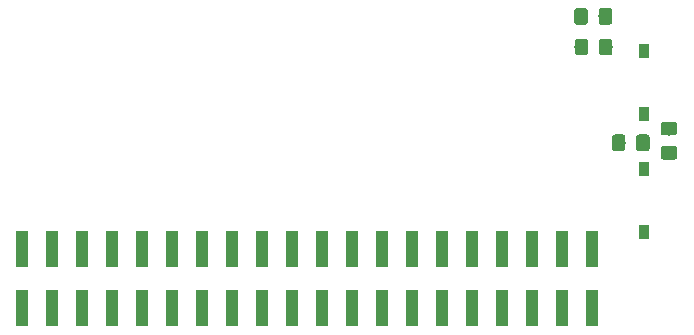
<source format=gbr>
G04 #@! TF.GenerationSoftware,KiCad,Pcbnew,5.1.0*
G04 #@! TF.CreationDate,2019-12-31T07:13:36-05:00*
G04 #@! TF.ProjectId,Capacitive_Touch_Lid,43617061-6369-4746-9976-655f546f7563,rev?*
G04 #@! TF.SameCoordinates,Original*
G04 #@! TF.FileFunction,Paste,Top*
G04 #@! TF.FilePolarity,Positive*
%FSLAX46Y46*%
G04 Gerber Fmt 4.6, Leading zero omitted, Abs format (unit mm)*
G04 Created by KiCad (PCBNEW 5.1.0) date 2019-12-31 07:13:36*
%MOMM*%
%LPD*%
G04 APERTURE LIST*
%ADD10C,0.100000*%
%ADD11C,1.150000*%
%ADD12R,0.890000X1.270000*%
%ADD13R,1.000000X3.150000*%
G04 APERTURE END LIST*
D10*
G36*
X138524505Y-81701204D02*
G01*
X138548773Y-81704804D01*
X138572572Y-81710765D01*
X138595671Y-81719030D01*
X138617850Y-81729520D01*
X138638893Y-81742132D01*
X138658599Y-81756747D01*
X138676777Y-81773223D01*
X138693253Y-81791401D01*
X138707868Y-81811107D01*
X138720480Y-81832150D01*
X138730970Y-81854329D01*
X138739235Y-81877428D01*
X138745196Y-81901227D01*
X138748796Y-81925495D01*
X138750000Y-81949999D01*
X138750000Y-82850001D01*
X138748796Y-82874505D01*
X138745196Y-82898773D01*
X138739235Y-82922572D01*
X138730970Y-82945671D01*
X138720480Y-82967850D01*
X138707868Y-82988893D01*
X138693253Y-83008599D01*
X138676777Y-83026777D01*
X138658599Y-83043253D01*
X138638893Y-83057868D01*
X138617850Y-83070480D01*
X138595671Y-83080970D01*
X138572572Y-83089235D01*
X138548773Y-83095196D01*
X138524505Y-83098796D01*
X138500001Y-83100000D01*
X137849999Y-83100000D01*
X137825495Y-83098796D01*
X137801227Y-83095196D01*
X137777428Y-83089235D01*
X137754329Y-83080970D01*
X137732150Y-83070480D01*
X137711107Y-83057868D01*
X137691401Y-83043253D01*
X137673223Y-83026777D01*
X137656747Y-83008599D01*
X137642132Y-82988893D01*
X137629520Y-82967850D01*
X137619030Y-82945671D01*
X137610765Y-82922572D01*
X137604804Y-82898773D01*
X137601204Y-82874505D01*
X137600000Y-82850001D01*
X137600000Y-81949999D01*
X137601204Y-81925495D01*
X137604804Y-81901227D01*
X137610765Y-81877428D01*
X137619030Y-81854329D01*
X137629520Y-81832150D01*
X137642132Y-81811107D01*
X137656747Y-81791401D01*
X137673223Y-81773223D01*
X137691401Y-81756747D01*
X137711107Y-81742132D01*
X137732150Y-81729520D01*
X137754329Y-81719030D01*
X137777428Y-81710765D01*
X137801227Y-81704804D01*
X137825495Y-81701204D01*
X137849999Y-81700000D01*
X138500001Y-81700000D01*
X138524505Y-81701204D01*
X138524505Y-81701204D01*
G37*
D11*
X138175000Y-82400000D03*
D10*
G36*
X140574505Y-81701204D02*
G01*
X140598773Y-81704804D01*
X140622572Y-81710765D01*
X140645671Y-81719030D01*
X140667850Y-81729520D01*
X140688893Y-81742132D01*
X140708599Y-81756747D01*
X140726777Y-81773223D01*
X140743253Y-81791401D01*
X140757868Y-81811107D01*
X140770480Y-81832150D01*
X140780970Y-81854329D01*
X140789235Y-81877428D01*
X140795196Y-81901227D01*
X140798796Y-81925495D01*
X140800000Y-81949999D01*
X140800000Y-82850001D01*
X140798796Y-82874505D01*
X140795196Y-82898773D01*
X140789235Y-82922572D01*
X140780970Y-82945671D01*
X140770480Y-82967850D01*
X140757868Y-82988893D01*
X140743253Y-83008599D01*
X140726777Y-83026777D01*
X140708599Y-83043253D01*
X140688893Y-83057868D01*
X140667850Y-83070480D01*
X140645671Y-83080970D01*
X140622572Y-83089235D01*
X140598773Y-83095196D01*
X140574505Y-83098796D01*
X140550001Y-83100000D01*
X139899999Y-83100000D01*
X139875495Y-83098796D01*
X139851227Y-83095196D01*
X139827428Y-83089235D01*
X139804329Y-83080970D01*
X139782150Y-83070480D01*
X139761107Y-83057868D01*
X139741401Y-83043253D01*
X139723223Y-83026777D01*
X139706747Y-83008599D01*
X139692132Y-82988893D01*
X139679520Y-82967850D01*
X139669030Y-82945671D01*
X139660765Y-82922572D01*
X139654804Y-82898773D01*
X139651204Y-82874505D01*
X139650000Y-82850001D01*
X139650000Y-81949999D01*
X139651204Y-81925495D01*
X139654804Y-81901227D01*
X139660765Y-81877428D01*
X139669030Y-81854329D01*
X139679520Y-81832150D01*
X139692132Y-81811107D01*
X139706747Y-81791401D01*
X139723223Y-81773223D01*
X139741401Y-81756747D01*
X139761107Y-81742132D01*
X139782150Y-81729520D01*
X139804329Y-81719030D01*
X139827428Y-81710765D01*
X139851227Y-81704804D01*
X139875495Y-81701204D01*
X139899999Y-81700000D01*
X140550001Y-81700000D01*
X140574505Y-81701204D01*
X140574505Y-81701204D01*
G37*
D11*
X140225000Y-82400000D03*
D10*
G36*
X146074505Y-93376203D02*
G01*
X146098773Y-93379803D01*
X146122572Y-93385764D01*
X146145671Y-93394029D01*
X146167850Y-93404519D01*
X146188893Y-93417131D01*
X146208599Y-93431746D01*
X146226777Y-93448222D01*
X146243253Y-93466400D01*
X146257868Y-93486106D01*
X146270480Y-93507149D01*
X146280970Y-93529328D01*
X146289235Y-93552427D01*
X146295196Y-93576226D01*
X146298796Y-93600494D01*
X146300000Y-93624998D01*
X146300000Y-94275000D01*
X146298796Y-94299504D01*
X146295196Y-94323772D01*
X146289235Y-94347571D01*
X146280970Y-94370670D01*
X146270480Y-94392849D01*
X146257868Y-94413892D01*
X146243253Y-94433598D01*
X146226777Y-94451776D01*
X146208599Y-94468252D01*
X146188893Y-94482867D01*
X146167850Y-94495479D01*
X146145671Y-94505969D01*
X146122572Y-94514234D01*
X146098773Y-94520195D01*
X146074505Y-94523795D01*
X146050001Y-94524999D01*
X145149999Y-94524999D01*
X145125495Y-94523795D01*
X145101227Y-94520195D01*
X145077428Y-94514234D01*
X145054329Y-94505969D01*
X145032150Y-94495479D01*
X145011107Y-94482867D01*
X144991401Y-94468252D01*
X144973223Y-94451776D01*
X144956747Y-94433598D01*
X144942132Y-94413892D01*
X144929520Y-94392849D01*
X144919030Y-94370670D01*
X144910765Y-94347571D01*
X144904804Y-94323772D01*
X144901204Y-94299504D01*
X144900000Y-94275000D01*
X144900000Y-93624998D01*
X144901204Y-93600494D01*
X144904804Y-93576226D01*
X144910765Y-93552427D01*
X144919030Y-93529328D01*
X144929520Y-93507149D01*
X144942132Y-93486106D01*
X144956747Y-93466400D01*
X144973223Y-93448222D01*
X144991401Y-93431746D01*
X145011107Y-93417131D01*
X145032150Y-93404519D01*
X145054329Y-93394029D01*
X145077428Y-93385764D01*
X145101227Y-93379803D01*
X145125495Y-93376203D01*
X145149999Y-93374999D01*
X146050001Y-93374999D01*
X146074505Y-93376203D01*
X146074505Y-93376203D01*
G37*
D11*
X145600000Y-93949999D03*
D10*
G36*
X146074505Y-91326203D02*
G01*
X146098773Y-91329803D01*
X146122572Y-91335764D01*
X146145671Y-91344029D01*
X146167850Y-91354519D01*
X146188893Y-91367131D01*
X146208599Y-91381746D01*
X146226777Y-91398222D01*
X146243253Y-91416400D01*
X146257868Y-91436106D01*
X146270480Y-91457149D01*
X146280970Y-91479328D01*
X146289235Y-91502427D01*
X146295196Y-91526226D01*
X146298796Y-91550494D01*
X146300000Y-91574998D01*
X146300000Y-92225000D01*
X146298796Y-92249504D01*
X146295196Y-92273772D01*
X146289235Y-92297571D01*
X146280970Y-92320670D01*
X146270480Y-92342849D01*
X146257868Y-92363892D01*
X146243253Y-92383598D01*
X146226777Y-92401776D01*
X146208599Y-92418252D01*
X146188893Y-92432867D01*
X146167850Y-92445479D01*
X146145671Y-92455969D01*
X146122572Y-92464234D01*
X146098773Y-92470195D01*
X146074505Y-92473795D01*
X146050001Y-92474999D01*
X145149999Y-92474999D01*
X145125495Y-92473795D01*
X145101227Y-92470195D01*
X145077428Y-92464234D01*
X145054329Y-92455969D01*
X145032150Y-92445479D01*
X145011107Y-92432867D01*
X144991401Y-92418252D01*
X144973223Y-92401776D01*
X144956747Y-92383598D01*
X144942132Y-92363892D01*
X144929520Y-92342849D01*
X144919030Y-92320670D01*
X144910765Y-92297571D01*
X144904804Y-92273772D01*
X144901204Y-92249504D01*
X144900000Y-92225000D01*
X144900000Y-91574998D01*
X144901204Y-91550494D01*
X144904804Y-91526226D01*
X144910765Y-91502427D01*
X144919030Y-91479328D01*
X144929520Y-91457149D01*
X144942132Y-91436106D01*
X144956747Y-91416400D01*
X144973223Y-91398222D01*
X144991401Y-91381746D01*
X145011107Y-91367131D01*
X145032150Y-91354519D01*
X145054329Y-91344029D01*
X145077428Y-91335764D01*
X145101227Y-91329803D01*
X145125495Y-91326203D01*
X145149999Y-91324999D01*
X146050001Y-91324999D01*
X146074505Y-91326203D01*
X146074505Y-91326203D01*
G37*
D11*
X145600000Y-91899999D03*
D12*
X143500000Y-90665000D03*
X143500000Y-85335000D03*
X143500000Y-100665000D03*
X143500000Y-95335000D03*
D10*
G36*
X138549505Y-84301204D02*
G01*
X138573773Y-84304804D01*
X138597572Y-84310765D01*
X138620671Y-84319030D01*
X138642850Y-84329520D01*
X138663893Y-84342132D01*
X138683599Y-84356747D01*
X138701777Y-84373223D01*
X138718253Y-84391401D01*
X138732868Y-84411107D01*
X138745480Y-84432150D01*
X138755970Y-84454329D01*
X138764235Y-84477428D01*
X138770196Y-84501227D01*
X138773796Y-84525495D01*
X138775000Y-84549999D01*
X138775000Y-85450001D01*
X138773796Y-85474505D01*
X138770196Y-85498773D01*
X138764235Y-85522572D01*
X138755970Y-85545671D01*
X138745480Y-85567850D01*
X138732868Y-85588893D01*
X138718253Y-85608599D01*
X138701777Y-85626777D01*
X138683599Y-85643253D01*
X138663893Y-85657868D01*
X138642850Y-85670480D01*
X138620671Y-85680970D01*
X138597572Y-85689235D01*
X138573773Y-85695196D01*
X138549505Y-85698796D01*
X138525001Y-85700000D01*
X137874999Y-85700000D01*
X137850495Y-85698796D01*
X137826227Y-85695196D01*
X137802428Y-85689235D01*
X137779329Y-85680970D01*
X137757150Y-85670480D01*
X137736107Y-85657868D01*
X137716401Y-85643253D01*
X137698223Y-85626777D01*
X137681747Y-85608599D01*
X137667132Y-85588893D01*
X137654520Y-85567850D01*
X137644030Y-85545671D01*
X137635765Y-85522572D01*
X137629804Y-85498773D01*
X137626204Y-85474505D01*
X137625000Y-85450001D01*
X137625000Y-84549999D01*
X137626204Y-84525495D01*
X137629804Y-84501227D01*
X137635765Y-84477428D01*
X137644030Y-84454329D01*
X137654520Y-84432150D01*
X137667132Y-84411107D01*
X137681747Y-84391401D01*
X137698223Y-84373223D01*
X137716401Y-84356747D01*
X137736107Y-84342132D01*
X137757150Y-84329520D01*
X137779329Y-84319030D01*
X137802428Y-84310765D01*
X137826227Y-84304804D01*
X137850495Y-84301204D01*
X137874999Y-84300000D01*
X138525001Y-84300000D01*
X138549505Y-84301204D01*
X138549505Y-84301204D01*
G37*
D11*
X138200000Y-85000000D03*
D10*
G36*
X140599505Y-84301204D02*
G01*
X140623773Y-84304804D01*
X140647572Y-84310765D01*
X140670671Y-84319030D01*
X140692850Y-84329520D01*
X140713893Y-84342132D01*
X140733599Y-84356747D01*
X140751777Y-84373223D01*
X140768253Y-84391401D01*
X140782868Y-84411107D01*
X140795480Y-84432150D01*
X140805970Y-84454329D01*
X140814235Y-84477428D01*
X140820196Y-84501227D01*
X140823796Y-84525495D01*
X140825000Y-84549999D01*
X140825000Y-85450001D01*
X140823796Y-85474505D01*
X140820196Y-85498773D01*
X140814235Y-85522572D01*
X140805970Y-85545671D01*
X140795480Y-85567850D01*
X140782868Y-85588893D01*
X140768253Y-85608599D01*
X140751777Y-85626777D01*
X140733599Y-85643253D01*
X140713893Y-85657868D01*
X140692850Y-85670480D01*
X140670671Y-85680970D01*
X140647572Y-85689235D01*
X140623773Y-85695196D01*
X140599505Y-85698796D01*
X140575001Y-85700000D01*
X139924999Y-85700000D01*
X139900495Y-85698796D01*
X139876227Y-85695196D01*
X139852428Y-85689235D01*
X139829329Y-85680970D01*
X139807150Y-85670480D01*
X139786107Y-85657868D01*
X139766401Y-85643253D01*
X139748223Y-85626777D01*
X139731747Y-85608599D01*
X139717132Y-85588893D01*
X139704520Y-85567850D01*
X139694030Y-85545671D01*
X139685765Y-85522572D01*
X139679804Y-85498773D01*
X139676204Y-85474505D01*
X139675000Y-85450001D01*
X139675000Y-84549999D01*
X139676204Y-84525495D01*
X139679804Y-84501227D01*
X139685765Y-84477428D01*
X139694030Y-84454329D01*
X139704520Y-84432150D01*
X139717132Y-84411107D01*
X139731747Y-84391401D01*
X139748223Y-84373223D01*
X139766401Y-84356747D01*
X139786107Y-84342132D01*
X139807150Y-84329520D01*
X139829329Y-84319030D01*
X139852428Y-84310765D01*
X139876227Y-84304804D01*
X139900495Y-84301204D01*
X139924999Y-84300000D01*
X140575001Y-84300000D01*
X140599505Y-84301204D01*
X140599505Y-84301204D01*
G37*
D11*
X140250000Y-85000000D03*
D10*
G36*
X143749505Y-92401204D02*
G01*
X143773773Y-92404804D01*
X143797572Y-92410765D01*
X143820671Y-92419030D01*
X143842850Y-92429520D01*
X143863893Y-92442132D01*
X143883599Y-92456747D01*
X143901777Y-92473223D01*
X143918253Y-92491401D01*
X143932868Y-92511107D01*
X143945480Y-92532150D01*
X143955970Y-92554329D01*
X143964235Y-92577428D01*
X143970196Y-92601227D01*
X143973796Y-92625495D01*
X143975000Y-92649999D01*
X143975000Y-93550001D01*
X143973796Y-93574505D01*
X143970196Y-93598773D01*
X143964235Y-93622572D01*
X143955970Y-93645671D01*
X143945480Y-93667850D01*
X143932868Y-93688893D01*
X143918253Y-93708599D01*
X143901777Y-93726777D01*
X143883599Y-93743253D01*
X143863893Y-93757868D01*
X143842850Y-93770480D01*
X143820671Y-93780970D01*
X143797572Y-93789235D01*
X143773773Y-93795196D01*
X143749505Y-93798796D01*
X143725001Y-93800000D01*
X143074999Y-93800000D01*
X143050495Y-93798796D01*
X143026227Y-93795196D01*
X143002428Y-93789235D01*
X142979329Y-93780970D01*
X142957150Y-93770480D01*
X142936107Y-93757868D01*
X142916401Y-93743253D01*
X142898223Y-93726777D01*
X142881747Y-93708599D01*
X142867132Y-93688893D01*
X142854520Y-93667850D01*
X142844030Y-93645671D01*
X142835765Y-93622572D01*
X142829804Y-93598773D01*
X142826204Y-93574505D01*
X142825000Y-93550001D01*
X142825000Y-92649999D01*
X142826204Y-92625495D01*
X142829804Y-92601227D01*
X142835765Y-92577428D01*
X142844030Y-92554329D01*
X142854520Y-92532150D01*
X142867132Y-92511107D01*
X142881747Y-92491401D01*
X142898223Y-92473223D01*
X142916401Y-92456747D01*
X142936107Y-92442132D01*
X142957150Y-92429520D01*
X142979329Y-92419030D01*
X143002428Y-92410765D01*
X143026227Y-92404804D01*
X143050495Y-92401204D01*
X143074999Y-92400000D01*
X143725001Y-92400000D01*
X143749505Y-92401204D01*
X143749505Y-92401204D01*
G37*
D11*
X143400000Y-93100000D03*
D10*
G36*
X141699505Y-92401204D02*
G01*
X141723773Y-92404804D01*
X141747572Y-92410765D01*
X141770671Y-92419030D01*
X141792850Y-92429520D01*
X141813893Y-92442132D01*
X141833599Y-92456747D01*
X141851777Y-92473223D01*
X141868253Y-92491401D01*
X141882868Y-92511107D01*
X141895480Y-92532150D01*
X141905970Y-92554329D01*
X141914235Y-92577428D01*
X141920196Y-92601227D01*
X141923796Y-92625495D01*
X141925000Y-92649999D01*
X141925000Y-93550001D01*
X141923796Y-93574505D01*
X141920196Y-93598773D01*
X141914235Y-93622572D01*
X141905970Y-93645671D01*
X141895480Y-93667850D01*
X141882868Y-93688893D01*
X141868253Y-93708599D01*
X141851777Y-93726777D01*
X141833599Y-93743253D01*
X141813893Y-93757868D01*
X141792850Y-93770480D01*
X141770671Y-93780970D01*
X141747572Y-93789235D01*
X141723773Y-93795196D01*
X141699505Y-93798796D01*
X141675001Y-93800000D01*
X141024999Y-93800000D01*
X141000495Y-93798796D01*
X140976227Y-93795196D01*
X140952428Y-93789235D01*
X140929329Y-93780970D01*
X140907150Y-93770480D01*
X140886107Y-93757868D01*
X140866401Y-93743253D01*
X140848223Y-93726777D01*
X140831747Y-93708599D01*
X140817132Y-93688893D01*
X140804520Y-93667850D01*
X140794030Y-93645671D01*
X140785765Y-93622572D01*
X140779804Y-93598773D01*
X140776204Y-93574505D01*
X140775000Y-93550001D01*
X140775000Y-92649999D01*
X140776204Y-92625495D01*
X140779804Y-92601227D01*
X140785765Y-92577428D01*
X140794030Y-92554329D01*
X140804520Y-92532150D01*
X140817132Y-92511107D01*
X140831747Y-92491401D01*
X140848223Y-92473223D01*
X140866401Y-92456747D01*
X140886107Y-92442132D01*
X140907150Y-92429520D01*
X140929329Y-92419030D01*
X140952428Y-92410765D01*
X140976227Y-92404804D01*
X141000495Y-92401204D01*
X141024999Y-92400000D01*
X141675001Y-92400000D01*
X141699505Y-92401204D01*
X141699505Y-92401204D01*
G37*
D11*
X141350000Y-93100000D03*
D13*
X90870000Y-107125000D03*
X90870000Y-102075000D03*
X93410000Y-107125000D03*
X93410000Y-102075000D03*
X95950000Y-107125000D03*
X95950000Y-102075000D03*
X98490000Y-107125000D03*
X98490000Y-102075000D03*
X101030000Y-107125000D03*
X101030000Y-102075000D03*
X103570000Y-107125000D03*
X103570000Y-102075000D03*
X106110000Y-107125000D03*
X106110000Y-102075000D03*
X108650000Y-107125000D03*
X108650000Y-102075000D03*
X111190000Y-107125000D03*
X111190000Y-102075000D03*
X113730000Y-107125000D03*
X113730000Y-102075000D03*
X116270000Y-107125000D03*
X116270000Y-102075000D03*
X118810000Y-107125000D03*
X118810000Y-102075000D03*
X121350000Y-107125000D03*
X121350000Y-102075000D03*
X123890000Y-107125000D03*
X123890000Y-102075000D03*
X126430000Y-107125000D03*
X126430000Y-102075000D03*
X128970000Y-107125000D03*
X128970000Y-102075000D03*
X131510000Y-107125000D03*
X131510000Y-102075000D03*
X134050000Y-107125000D03*
X134050000Y-102075000D03*
X136590000Y-107125000D03*
X136590000Y-102075000D03*
X139130000Y-107125000D03*
X139130000Y-102075000D03*
M02*

</source>
